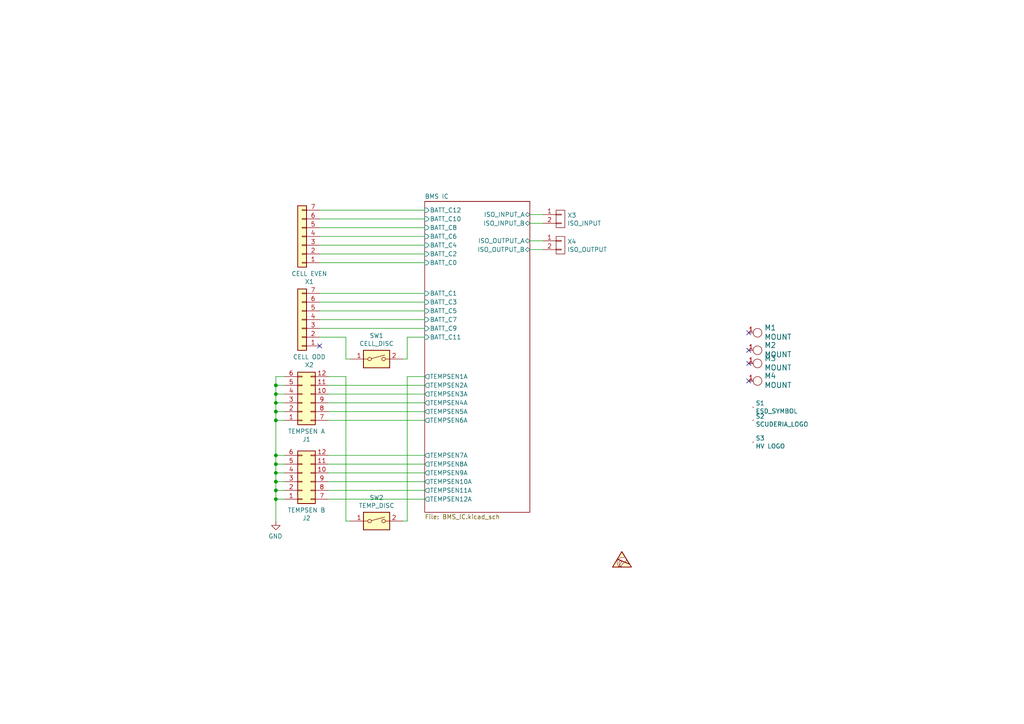
<source format=kicad_sch>
(kicad_sch (version 20211123) (generator eeschema)
  (paper "A4")
  (title_block (title "BMS Slave SPR21e") (date "2020-10-01") (rev "D") (company "Scuderia Mensa HS RheinMain racing e.V.") (comment 1 "Autor: Luca Engelmann"))
  (lib_symbols
    (symbol "Connector:CONN_01x02" (pin_names (offset 1.016) hide)
      (property "Reference" "X" (at 0 3.81 0))
      (property "Value" "CONN_01x02" (at 2.54 0 90))
      (symbol "CONN_01x02_0_1"
        (rectangle (start -1.27 -1.143) (end 0.254 -1.397))
        (rectangle (start -1.27 1.397) (end 0.254 1.143))
        (rectangle (start -1.27 2.54) (end 1.27 -2.54))
      )
      (symbol "CONN_01x02_1_1"
        (pin passive line (at -5.08 1.27 0) (length 3.81) (name "P1") (number "1"))
        (pin passive line (at -5.08 -1.27 0) (length 3.81) (name "P2") (number "2"))
      )
    )
    (symbol "Connector_Generic:Conn_01x07" (pin_names (offset 1.016) hide)
      (property "Reference" "J" (at 0 10.16 0))
      (property "Value" "Conn_01x07" (at 0 -10.16 0))
      (symbol "Conn_01x07_1_1"
        (rectangle (start -1.27 -7.493) (end 0 -7.747) (stroke (width 0.1524)))
        (rectangle (start -1.27 -4.953) (end 0 -5.207) (stroke (width 0.1524)))
        (rectangle (start -1.27 -2.413) (end 0 -2.667) (stroke (width 0.1524)))
        (rectangle (start -1.27 0.127) (end 0 -0.127) (stroke (width 0.1524)))
        (rectangle (start -1.27 2.667) (end 0 2.413) (stroke (width 0.1524)))
        (rectangle (start -1.27 5.207) (end 0 4.953) (stroke (width 0.1524)))
        (rectangle (start -1.27 7.747) (end 0 7.493) (stroke (width 0.1524)))
        (rectangle (start -1.27 8.89) (end 1.27 -8.89) (stroke (width 0.254)) (fill (type background)))
        (pin passive line (at -5.08 7.62 0) (length 3.81) (name "Pin_1") (number "1"))
        (pin passive line (at -5.08 5.08 0) (length 3.81) (name "Pin_2") (number "2"))
        (pin passive line (at -5.08 2.54 0) (length 3.81) (name "Pin_3") (number "3"))
        (pin passive line (at -5.08 0 0) (length 3.81) (name "Pin_4") (number "4"))
        (pin passive line (at -5.08 -2.54 0) (length 3.81) (name "Pin_5") (number "5"))
        (pin passive line (at -5.08 -5.08 0) (length 3.81) (name "Pin_6") (number "6"))
        (pin passive line (at -5.08 -7.62 0) (length 3.81) (name "Pin_7") (number "7"))
      )
    )
    (symbol "Connector_Generic:Conn_02x06_Top_Bottom" (pin_names (offset 1.016) hide)
      (property "Reference" "J" (at 1.27 7.62 0))
      (property "Value" "Conn_02x06_Top_Bottom" (at 1.27 -10.16 0))
      (symbol "Conn_02x06_Top_Bottom_1_1"
        (rectangle (start -1.27 -7.493) (end 0 -7.747) (stroke (width 0.1524)))
        (rectangle (start -1.27 -4.953) (end 0 -5.207) (stroke (width 0.1524)))
        (rectangle (start -1.27 -2.413) (end 0 -2.667) (stroke (width 0.1524)))
        (rectangle (start -1.27 0.127) (end 0 -0.127) (stroke (width 0.1524)))
        (rectangle (start -1.27 2.667) (end 0 2.413) (stroke (width 0.1524)))
        (rectangle (start -1.27 5.207) (end 0 4.953) (stroke (width 0.1524)))
        (rectangle (start -1.27 6.35) (end 3.81 -8.89) (stroke (width 0.254)) (fill (type background)))
        (rectangle (start 3.81 -7.493) (end 2.54 -7.747) (stroke (width 0.1524)))
        (rectangle (start 3.81 -4.953) (end 2.54 -5.207) (stroke (width 0.1524)))
        (rectangle (start 3.81 -2.413) (end 2.54 -2.667) (stroke (width 0.1524)))
        (rectangle (start 3.81 0.127) (end 2.54 -0.127) (stroke (width 0.1524)))
        (rectangle (start 3.81 2.667) (end 2.54 2.413) (stroke (width 0.1524)))
        (rectangle (start 3.81 5.207) (end 2.54 4.953) (stroke (width 0.1524)))
        (pin passive line (at -5.08 5.08 0) (length 3.81) (name "Pin_1") (number "1"))
        (pin passive line (at 7.62 -2.54 180) (length 3.81) (name "Pin_10") (number "10"))
        (pin passive line (at 7.62 -5.08 180) (length 3.81) (name "Pin_11") (number "11"))
        (pin passive line (at 7.62 -7.62 180) (length 3.81) (name "Pin_12") (number "12"))
        (pin passive line (at -5.08 2.54 0) (length 3.81) (name "Pin_2") (number "2"))
        (pin passive line (at -5.08 0 0) (length 3.81) (name "Pin_3") (number "3"))
        (pin passive line (at -5.08 -2.54 0) (length 3.81) (name "Pin_4") (number "4"))
        (pin passive line (at -5.08 -5.08 0) (length 3.81) (name "Pin_5") (number "5"))
        (pin passive line (at -5.08 -7.62 0) (length 3.81) (name "Pin_6") (number "6"))
        (pin passive line (at 7.62 5.08 180) (length 3.81) (name "Pin_7") (number "7"))
        (pin passive line (at 7.62 2.54 180) (length 3.81) (name "Pin_8") (number "8"))
        (pin passive line (at 7.62 0 180) (length 3.81) (name "Pin_9") (number "9"))
      )
    )
    (symbol "Graphic:SYM_ESD_Small" (pin_names (offset 1.016))
      (symbol "SYM_ESD_Small_0_0"
        (polyline (pts (xy -1.27 0.381) (xy 2.159 -1.016)) (stroke (width 0.254)))
        (polyline (pts (xy -2.667 -1.905) (xy 2.794 -1.905) (xy 0 2.54) (xy -2.667 -1.905)) (stroke (width 0.254)))
        (polyline (pts (xy 2.7432 -1.905) (xy 2.7178 -1.8796) (xy 2.6162 -1.6764) (xy 2.5654 -1.6002) (xy 2.4892 -1.4986) (xy 2.4384 -1.3716) (xy 1.7526 -0.2286) (xy 1.7018 -0.127) (xy 1.6256 -0.0508) (xy 1.6002 0.0508) (xy 1.5494 0.1016) (xy 1.4986 0.2032) (xy 1.4732 0.2286) (xy 1.4732 0.2032) (xy 1.4478 0.2032) (xy 1.3208 0.0762) (xy 1.2954 0.0254) (xy 1.2954 -0.0254) (xy 1.27 -0.0762) (xy 1.2446 -0.1524) (xy 1.143 -0.254) (xy 1.0922 -0.3302) (xy 1.0414 -0.3556) (xy 0.9144 -0.4826) (xy 0.762 -0.5842) (xy 0.6604 -0.6604) (xy 0.508 -0.762) (xy 0.4572 -0.8128) (xy 0.3556 -0.8636) (xy 0.3048 -0.9144) (xy 0.2286 -0.9652) (xy 0.0762 -1.1938) (xy 0.0254 -1.2954) (xy -0.0254 -1.4224) (xy -0.0508 -1.4986) (xy -0.1016 -1.5748) (xy -0.127 -1.651) (xy -0.1778 -1.6764) (xy -0.2032 -1.7272) (xy -0.254 -1.7526) (xy -0.4064 -1.7526) (xy -0.4064 -1.7272) (xy -0.4572 -1.7018) (xy -0.4826 -1.6256) (xy -0.508 -1.524) (xy -0.508 -1.0922) (xy -0.4572 -0.889) (xy -0.4064 -0.8128) (xy -0.254 -0.6604) (xy -0.2032 -0.5842) (xy -0.127 -0.5334) (xy -0.1016 -0.4826) (xy -0.0762 -0.4064) (xy -0.0508 -0.3556) (xy -0.0254 -0.3302) (xy -0.0254 -0.2794) (xy 0 -0.2286) (xy -0.0762 -0.1524) (xy -0.127 -0.127) (xy -0.1524 -0.0762) (xy -0.2032 -0.0508) (xy -0.2286 -0.0254) (xy -0.254 -0.0254) (xy -0.3048 -0.0762) (xy -0.3556 -0.1016) (xy -0.4318 -0.127) (xy -0.4826 -0.1524) (xy -0.5588 -0.2286) (xy -0.6096 -0.254) (xy -0.8382 -0.4826) (xy -0.8128 -0.5588) (xy -0.7874 -0.5842) (xy -0.7874 -0.8636) (xy -0.8128 -0.889) (xy -0.8128 -0.9652) (xy -0.762 -1.016) (xy -0.762 -1.0414) (xy -0.6604 -1.2954) (xy -0.6604 -1.5748) (xy -0.6858 -1.6002) (xy -0.6858 -1.6256) (xy -0.7366 -1.7018) (xy -0.8382 -1.7526) (xy -0.9144 -1.7526) (xy -0.9398 -1.7272) (xy -0.9652 -1.6764) (xy -1.016 -1.6002) (xy -1.0414 -1.524) (xy -1.143 -1.27) (xy -1.2192 -1.0414) (xy -1.27 -0.9652) (xy -1.2954 -0.889) (xy -1.3208 -0.8382) (xy -1.3208 -0.8128) (xy -1.3716 -0.7112) (xy -1.397 -0.5842) (xy -1.397 -0.4826) (xy -1.3716 -0.381) (xy -1.3208 -0.254) (xy -1.2954 -0.2032) (xy -1.1938 -0.0508) (xy -1.0414 0.1524) (xy -0.9906 0.2032) (xy -0.9652 0.254) (xy -0.9144 0.3302) (xy -0.889 0.381) (xy -0.8636 0.381) (xy -0.8128 0.508) (xy -0.6096 0.7112) (xy -0.5334 0.7366) (xy -0.508 0.762) (xy -0.4318 0.762) (xy -0.3556 0.7874) (xy -0.2286 0.8128) (xy -0.1016 0.8128) (xy 0.0508 0.8382) (xy 0.2032 0.8382) (xy 0.3048 0.8636) (xy 0.4826 0.8636) (xy 0.5334 0.889) (xy 0.5842 0.889) (xy 0.6858 0.9398) (xy 0.7112 0.9652) (xy 0.762 0.9906) (xy 0.8128 1.0414) (xy 0.8636 1.0668) (xy 0.889 1.1176) (xy 0.9144 1.143) (xy 0.9144 1.1938) (xy 0.889 1.2192) (xy 0.8636 1.27) (xy 0.8128 1.3462) (xy 0.7112 1.5494) (xy 0.635 1.651) (xy 0.5842 1.7526) (xy 0.508 1.8796) (xy 0.4572 1.9558) (xy 0.381 2.0828) (xy 0.3048 2.1844) (xy 0.254 2.286) (xy 0.2032 2.3622) (xy 0.1778 2.4384) (xy 0.1016 2.5146) (xy 0.1016 2.54) (xy 0.0762 2.5654) (xy 0.0762 2.5908) (xy 0.0254 2.5908) (xy 0.0254 2.5654) (xy -0.0254 2.5146) (xy -0.1016 2.3622) (xy -0.254 2.1336) (xy -0.3048 2.032) (xy -0.4572 1.778) (xy -0.5588 1.6256) (xy -0.762 1.27) (xy -0.889 1.0668) (xy -1.016 0.8382) (xy -1.1684 0.6096) (xy -1.3208 0.3302) (xy -1.397 0.2032) (xy -1.524 -0.0254) (xy -1.778 -0.4318) (xy -1.8796 -0.635) (xy -2.0066 -0.8128) (xy -2.1082 -0.9906) (xy -2.2098 -1.143) (xy -2.286 -1.2954) (xy -2.4384 -1.5494) (xy -2.4892 -1.651) (xy -2.5654 -1.7526) (xy -2.5908 -1.8288) (xy -2.6162 -1.8796) (xy -2.6416 -1.905) (xy -2.6416 -1.9304) (xy 2.7432 -1.9304) (xy 2.7432 -1.905)) (stroke (width 0.127)) (fill (type background)))
      )
    )
    (symbol "Mechanical:MOUNT" (pin_names (offset 1.016))
      (property "Reference" "M" (at 0 2.54 0))
      (property "Value" "MOUNT" (at 0 -2.54 0))
      (symbol "MOUNT_0_1"
        (circle (center 0 0) (radius 1.27))
      )
      (symbol "MOUNT_1_1"
        (pin input line (at -2.54 0 0) (length 1.27) (name "~") (number "1"))
      )
    )
    (symbol "SPR21e_BMS_SLAVE-rescue:SYMBOL-SYMBOL" (pin_names (offset 1.016))
      (property "Reference" "S" (at 0 0 0))
      (property "Value" "SYMBOL-SYMBOL" (at 0 0 0))
      (symbol "SYMBOL-SYMBOL_0_1"
        (circle (center 0 0) (radius 0.0001))
      )
    )
    (symbol "Switch:SW_DIP_x01" (pin_names (offset 0) hide)
      (property "Reference" "SW" (at 0 3.81 0))
      (property "Value" "SW_DIP_x01" (at 0 -3.81 0))
      (symbol "SW_DIP_x01_0_0"
        (circle (center -2.032 0) (radius 0.508))
        (polyline (pts (xy -1.524 0.127) (xy 2.3622 1.1684)))
        (circle (center 2.032 0) (radius 0.508))
      )
      (symbol "SW_DIP_x01_0_1"
        (rectangle (start -3.81 2.54) (end 3.81 -2.54) (stroke (width 0.254)) (fill (type background)))
      )
      (symbol "SW_DIP_x01_1_1"
        (pin passive line (at -7.62 0 0) (length 5.08) (name "~") (number "1"))
        (pin passive line (at 7.62 0 180) (length 5.08) (name "~") (number "2"))
      )
    )
    (symbol "power:GND" (power) (pin_names (offset 0))
      (property "Value" "GND" (at 0 -3.81 0))
      (symbol "GND_0_1"
        (polyline (pts (xy 0 0) (xy 0 -1.27) (xy 1.27 -1.27) (xy 0 -2.54) (xy -1.27 -1.27) (xy 0 -1.27)))
      )
      (symbol "GND_1_1"
        (pin power_in line (at 0 0 270) (length 0) hide (name "GND") (number "1"))
      )
    )
  )
  (junction (at 80.01 132.08))
  (junction (at 80.01 144.78))
  (junction (at 80.01 142.24))
  (junction (at 80.01 111.76))
  (junction (at 80.01 134.62))
  (junction (at 80.01 137.16))
  (junction (at 80.01 116.84))
  (junction (at 80.01 139.7))
  (junction (at 80.01 114.3))
  (junction (at 80.01 121.92))
  (junction (at 80.01 119.38))
  (no_connect (at 217.17 96.52))
  (no_connect (at 217.17 105.41))
  (no_connect (at 217.17 101.6))
  (no_connect (at 217.17 110.49))
  (no_connect (at 92.71 100.33))
  (wire (pts (xy 118.11 97.79) (xy 123.19 97.79)))
  (wire (pts (xy 82.55 119.38) (xy 80.01 119.38)))
  (wire (pts (xy 157.48 64.77) (xy 153.67 64.77)))
  (wire (pts (xy 95.25 134.62) (xy 123.19 134.62)))
  (wire (pts (xy 82.55 132.08) (xy 80.01 132.08)))
  (wire (pts (xy 82.55 114.3) (xy 80.01 114.3)))
  (wire (pts (xy 100.33 97.79) (xy 92.71 97.79)))
  (wire (pts (xy 92.71 90.17) (xy 123.19 90.17)))
  (wire (pts (xy 123.19 132.08) (xy 95.25 132.08)))
  (wire (pts (xy 101.6 104.14) (xy 100.33 104.14)))
  (wire (pts (xy 116.84 151.13) (xy 118.11 151.13)))
  (wire (pts (xy 95.25 111.76) (xy 123.19 111.76)))
  (wire (pts (xy 92.71 76.2) (xy 123.19 76.2)))
  (wire (pts (xy 82.55 137.16) (xy 80.01 137.16)))
  (wire (pts (xy 123.19 95.25) (xy 92.71 95.25)))
  (wire (pts (xy 100.33 109.22) (xy 95.25 109.22)))
  (wire (pts (xy 123.19 87.63) (xy 92.71 87.63)))
  (wire (pts (xy 123.19 68.58) (xy 92.71 68.58)))
  (wire (pts (xy 80.01 121.92) (xy 80.01 132.08)))
  (wire (pts (xy 82.55 121.92) (xy 80.01 121.92)))
  (wire (pts (xy 92.71 71.12) (xy 123.19 71.12)))
  (wire (pts (xy 123.19 92.71) (xy 92.71 92.71)))
  (wire (pts (xy 118.11 104.14) (xy 118.11 97.79)))
  (wire (pts (xy 95.25 121.92) (xy 123.19 121.92)))
  (wire (pts (xy 123.19 73.66) (xy 92.71 73.66)))
  (wire (pts (xy 80.01 111.76) (xy 80.01 114.3)))
  (wire (pts (xy 82.55 111.76) (xy 80.01 111.76)))
  (wire (pts (xy 82.55 134.62) (xy 80.01 134.62)))
  (wire (pts (xy 100.33 104.14) (xy 100.33 97.79)))
  (wire (pts (xy 116.84 104.14) (xy 118.11 104.14)))
  (wire (pts (xy 118.11 109.22) (xy 123.19 109.22)))
  (wire (pts (xy 123.19 63.5) (xy 92.71 63.5)))
  (wire (pts (xy 82.55 116.84) (xy 80.01 116.84)))
  (wire (pts (xy 80.01 144.78) (xy 80.01 151.13)))
  (wire (pts (xy 80.01 114.3) (xy 80.01 116.84)))
  (wire (pts (xy 80.01 137.16) (xy 80.01 139.7)))
  (wire (pts (xy 80.01 134.62) (xy 80.01 137.16)))
  (wire (pts (xy 80.01 139.7) (xy 80.01 142.24)))
  (wire (pts (xy 92.71 66.04) (xy 123.19 66.04)))
  (wire (pts (xy 153.67 62.23) (xy 157.48 62.23)))
  (wire (pts (xy 118.11 109.22) (xy 118.11 151.13)))
  (wire (pts (xy 82.55 139.7) (xy 80.01 139.7)))
  (wire (pts (xy 82.55 109.22) (xy 80.01 109.22)))
  (wire (pts (xy 80.01 132.08) (xy 80.01 134.62)))
  (wire (pts (xy 95.25 114.3) (xy 123.19 114.3)))
  (wire (pts (xy 123.19 139.7) (xy 95.25 139.7)))
  (wire (pts (xy 80.01 142.24) (xy 80.01 144.78)))
  (wire (pts (xy 95.25 116.84) (xy 123.19 116.84)))
  (wire (pts (xy 157.48 72.39) (xy 153.67 72.39)))
  (wire (pts (xy 80.01 119.38) (xy 80.01 121.92)))
  (wire (pts (xy 92.71 60.96) (xy 123.19 60.96)))
  (wire (pts (xy 123.19 144.78) (xy 95.25 144.78)))
  (wire (pts (xy 80.01 116.84) (xy 80.01 119.38)))
  (wire (pts (xy 95.25 119.38) (xy 123.19 119.38)))
  (wire (pts (xy 100.33 109.22) (xy 100.33 151.13)))
  (wire (pts (xy 82.55 144.78) (xy 80.01 144.78)))
  (wire (pts (xy 82.55 142.24) (xy 80.01 142.24)))
  (wire (pts (xy 92.71 85.09) (xy 123.19 85.09)))
  (wire (pts (xy 101.6 151.13) (xy 100.33 151.13)))
  (wire (pts (xy 153.67 69.85) (xy 157.48 69.85)))
  (wire (pts (xy 95.25 137.16) (xy 123.19 137.16)))
  (wire (pts (xy 80.01 109.22) (xy 80.01 111.76)))
  (wire (pts (xy 95.25 142.24) (xy 123.19 142.24)))
  (symbol (lib_id "Mechanical:MOUNT") (at 219.71 96.52 0) (unit 1)
    (property "Reference" "M1" (at 221.6912 95.0468 0) (effects (font (size 1.524 1.524)) (justify left)))
    (property "Value" "MOUNT" (at 221.6912 97.7392 0) (effects (font (size 1.524 1.524)) (justify left)))
    (property "Footprint" "MountingHole:MountingHole_3.2mm_M3_Pad_Via" (effects hide))
  )
  (symbol (lib_id "Mechanical:MOUNT") (at 219.71 101.6 0) (unit 1)
    (property "Reference" "M2" (at 221.6912 100.1268 0) (effects (font (size 1.524 1.524)) (justify left)))
    (property "Value" "MOUNT" (at 221.6912 102.8192 0) (effects (font (size 1.524 1.524)) (justify left)))
    (property "Footprint" "MountingHole:MountingHole_3.2mm_M3_Pad_Via" (effects hide))
  )
  (symbol (lib_id "Mechanical:MOUNT") (at 219.71 105.41 0) (unit 1)
    (property "Reference" "M3" (at 221.6912 103.9368 0) (effects (font (size 1.524 1.524)) (justify left)))
    (property "Value" "MOUNT" (at 221.6912 106.6292 0) (effects (font (size 1.524 1.524)) (justify left)))
    (property "Footprint" "MountingHole:MountingHole_3.2mm_M3_Pad_Via" (effects hide))
  )
  (symbol (lib_id "Mechanical:MOUNT") (at 219.71 110.49 0) (unit 1)
    (property "Reference" "M4" (at 221.6912 109.0168 0) (effects (font (size 1.524 1.524)) (justify left)))
    (property "Value" "MOUNT" (at 221.6912 111.7092 0) (effects (font (size 1.524 1.524)) (justify left)))
    (property "Footprint" "MountingHole:MountingHole_3.2mm_M3_Pad_Via" (effects hide))
  )
  (symbol (lib_id "SPR21e_BMS_SLAVE-rescue:SYMBOL-SYMBOL") (at 218.44 118.11 0) (unit 1)
    (property "Reference" "S1" (at 219.1512 116.9416 0) (effects (justify left)))
    (property "Value" "ESD_SYMBOL" (at 219.1512 119.253 0) (effects (justify left)))
    (property "Footprint" "Symbol:ESD-Logo_8.9x8mm_SilkScreen" (effects hide))
  )
  (symbol (lib_id "SPR21e_BMS_SLAVE-rescue:SYMBOL-SYMBOL") (at 218.44 121.92 0) (unit 1)
    (property "Reference" "S2" (at 219.1512 120.7516 0) (effects (justify left)))
    (property "Value" "SCUDERIA_LOGO" (at 219.1512 123.063 0) (effects (justify left)))
    (property "Footprint" "spr21e-bms:Logo_klein" (effects hide))
  )
  (symbol (lib_id "Graphic:SYM_ESD_Small") (at 180.34 162.56 0) (unit 1)
    (property "Reference" "#SYM1" (effects hide))
    (property "Value" "SYM_ESD_Small" (effects hide))
  )
  (symbol (lib_id "Switch:SW_DIP_x01") (at 109.22 151.13 0) (unit 1)
    (property "Reference" "SW2" (at 109.22 144.3482 0))
    (property "Value" "TEMP_DISC" (at 109.22 146.6596 0))
    (property "Footprint" "Button_Switch_SMD:SW_DIP_SPSTx01_Slide_6.7x4.1mm_W8.61mm_P2.54mm_LowProfile" (effects hide))
  )
  (symbol (lib_id "Switch:SW_DIP_x01") (at 109.22 104.14 0) (unit 1)
    (property "Reference" "SW1" (at 109.22 97.3582 0))
    (property "Value" "CELL_DISC" (at 109.22 99.6696 0))
    (property "Footprint" "JS102011SCQN:JS102011SCQN" (effects hide))
  )
  (symbol (lib_id "Connector:CONN_01x02") (at 162.56 71.12 0) (unit 1)
    (property "Reference" "X4" (at 164.5412 70.0786 0) (effects (justify left)))
    (property "Value" "ISO_OUTPUT" (at 164.5412 72.39 0) (effects (justify left)))
    (property "Footprint" "Connector_Molex:Molex_Micro-Fit_3.0_43650-0215_1x02_P3.00mm_Vertical" (effects hide))
  )
  (symbol (lib_id "Connector:CONN_01x02") (at 162.56 63.5 0) (unit 1)
    (property "Reference" "X3" (at 164.5412 62.4586 0) (effects (justify left)))
    (property "Value" "ISO_INPUT" (at 164.5412 64.77 0) (effects (justify left)))
    (property "Footprint" "Connector_Molex:Molex_Micro-Fit_3.0_43650-0215_1x02_P3.00mm_Vertical" (effects hide))
  )
  (symbol (lib_id "Connector_Generic:Conn_02x06_Top_Bottom") (at 87.63 139.7 0) (mirror x) (unit 1)
    (property "Reference" "J2" (at 88.9 150.2918 0))
    (property "Value" "TEMPSEN B" (at 88.9 147.9804 0))
    (property "Footprint" "Connector_Molex:Molex_Micro-Fit_3.0_43045-1212_2x06_P3.00mm_Vertical" (effects hide))
  )
  (symbol (lib_id "Connector_Generic:Conn_02x06_Top_Bottom") (at 87.63 116.84 0) (mirror x) (unit 1)
    (property "Reference" "J1" (at 88.9 127.4318 0))
    (property "Value" "TEMPSEN A" (at 88.9 125.1204 0))
    (property "Footprint" "Connector_Molex:Molex_Micro-Fit_3.0_43045-1212_2x06_P3.00mm_Vertical" (effects hide))
  )
  (symbol (lib_id "Connector_Generic:Conn_01x07") (at 87.63 92.71 180) (unit 1)
    (property "Reference" "X2" (at 89.7128 105.8418 0))
    (property "Value" "CELL ODD" (at 89.7128 103.5304 0))
    (property "Footprint" "Connector_Molex:Molex_Micro-Fit_3.0_43650-0715_1x07_P3.00mm_Vertical" (effects hide))
  )
  (symbol (lib_id "Connector_Generic:Conn_01x07") (at 87.63 68.58 180) (unit 1)
    (property "Reference" "X1" (at 89.7128 81.7118 0))
    (property "Value" "CELL EVEN" (at 89.7128 79.4004 0))
    (property "Footprint" "Connector_Molex:Molex_Micro-Fit_3.0_43650-0715_1x07_P3.00mm_Vertical" (effects hide))
  )
  (symbol (lib_id "SPR21e_BMS_SLAVE-rescue:SYMBOL-SYMBOL") (at 218.44 128.27 0) (unit 1)
    (property "Reference" "S3" (at 219.1512 127.1016 0) (effects (justify left)))
    (property "Value" "HV LOGO" (at 219.1512 129.413 0) (effects (justify left)))
    (property "Footprint" "HV-Logo:High Voltage Logo" (effects hide))
  )
  (symbol (lib_id "power:GND") (at 80.01 151.13 0) (mirror y) (unit 1)
    (property "Reference" "#PWR01" (effects hide))
    (property "Value" "GND" (at 79.883 155.5242 0))
  )
  (sheet (at 123.19 58.42) (size 30.48 90.17)
    (property "Sheet name" "BMS IC" (at 123.19 57.7084 0) (effects (justify left bottom)))
    (property "Sheet file" "BMS_IC.kicad_sch" (at 123.19 149.1746 0) (effects (justify left top)))
    (pin "BATT_C1" input (at 123.19 85.09 180))
    (pin "BATT_C2" input (at 123.19 73.66 180))
    (pin "BATT_C3" input (at 123.19 87.63 180))
    (pin "BATT_C4" input (at 123.19 71.12 180))
    (pin "BATT_C5" input (at 123.19 90.17 180))
    (pin "BATT_C6" input (at 123.19 68.58 180))
    (pin "BATT_C7" input (at 123.19 92.71 180))
    (pin "BATT_C8" input (at 123.19 66.04 180))
    (pin "BATT_C9" input (at 123.19 95.25 180))
    (pin "BATT_C10" input (at 123.19 63.5 180))
    (pin "BATT_C11" input (at 123.19 97.79 180))
    (pin "BATT_C12" input (at 123.19 60.96 180))
    (pin "BATT_C0" input (at 123.19 76.2 180))
    (pin "ISO_INPUT_A" bidirectional (at 153.67 62.23 0))
    (pin "ISO_INPUT_B" bidirectional (at 153.67 64.77 0))
    (pin "ISO_OUTPUT_A" bidirectional (at 153.67 69.85 0))
    (pin "ISO_OUTPUT_B" bidirectional (at 153.67 72.39 0))
    (pin "TEMPSEN5A" output (at 123.19 119.38 180))
    (pin "TEMPSEN4A" output (at 123.19 116.84 180))
    (pin "TEMPSEN3A" output (at 123.19 114.3 180))
    (pin "TEMPSEN2A" output (at 123.19 111.76 180))
    (pin "TEMPSEN1A" output (at 123.19 109.22 180))
    (pin "TEMPSEN6A" output (at 123.19 121.92 180))
    (pin "TEMPSEN7A" output (at 123.19 132.08 180))
    (pin "TEMPSEN8A" output (at 123.19 134.62 180))
    (pin "TEMPSEN12A" output (at 123.19 144.78 180))
    (pin "TEMPSEN11A" output (at 123.19 142.24 180))
    (pin "TEMPSEN10A" output (at 123.19 139.7 180))
    (pin "TEMPSEN9A" output (at 123.19 137.16 180))
  )
)
</source>
